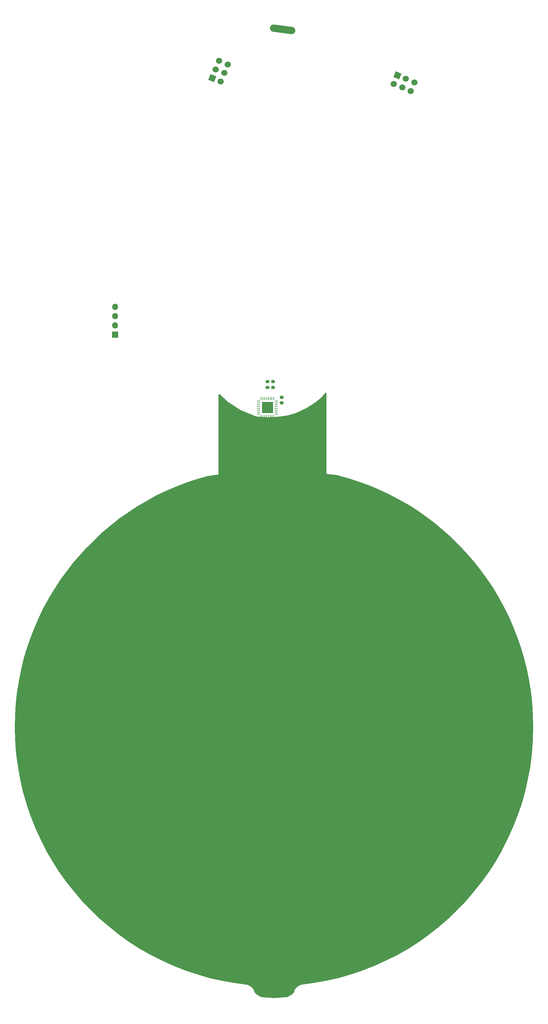
<source format=gbr>
%TF.GenerationSoftware,KiCad,Pcbnew,7.0.2*%
%TF.CreationDate,2023-05-26T22:51:46-07:00*%
%TF.ProjectId,plumbus-bfb,706c756d-6275-4732-9d62-66622e6b6963,rev?*%
%TF.SameCoordinates,Original*%
%TF.FileFunction,Soldermask,Bot*%
%TF.FilePolarity,Negative*%
%FSLAX46Y46*%
G04 Gerber Fmt 4.6, Leading zero omitted, Abs format (unit mm)*
G04 Created by KiCad (PCBNEW 7.0.2) date 2023-05-26 22:51:46*
%MOMM*%
%LPD*%
G01*
G04 APERTURE LIST*
G04 Aperture macros list*
%AMRoundRect*
0 Rectangle with rounded corners*
0 $1 Rounding radius*
0 $2 $3 $4 $5 $6 $7 $8 $9 X,Y pos of 4 corners*
0 Add a 4 corners polygon primitive as box body*
4,1,4,$2,$3,$4,$5,$6,$7,$8,$9,$2,$3,0*
0 Add four circle primitives for the rounded corners*
1,1,$1+$1,$2,$3*
1,1,$1+$1,$4,$5*
1,1,$1+$1,$6,$7*
1,1,$1+$1,$8,$9*
0 Add four rect primitives between the rounded corners*
20,1,$1+$1,$2,$3,$4,$5,0*
20,1,$1+$1,$4,$5,$6,$7,0*
20,1,$1+$1,$6,$7,$8,$9,0*
20,1,$1+$1,$8,$9,$2,$3,0*%
%AMHorizOval*
0 Thick line with rounded ends*
0 $1 width*
0 $2 $3 position (X,Y) of the first rounded end (center of the circle)*
0 $4 $5 position (X,Y) of the second rounded end (center of the circle)*
0 Add line between two ends*
20,1,$1,$2,$3,$4,$5,0*
0 Add two circle primitives to create the rounded ends*
1,1,$1,$2,$3*
1,1,$1,$4,$5*%
%AMRotRect*
0 Rectangle, with rotation*
0 The origin of the aperture is its center*
0 $1 length*
0 $2 width*
0 $3 Rotation angle, in degrees counterclockwise*
0 Add horizontal line*
21,1,$1,$2,0,0,$3*%
G04 Aperture macros list end*
%ADD10C,0.010000*%
%ADD11O,7.000000X2.000000*%
%ADD12HorizOval,2.000000X2.478612X-0.326315X-2.478612X0.326315X0*%
%ADD13R,1.700000X1.700000*%
%ADD14O,1.700000X1.700000*%
%ADD15C,2.170000*%
%ADD16R,2.170000X2.170000*%
%ADD17RotRect,0.800000X1.000000X247.500000*%
%ADD18RotRect,0.700000X1.500000X337.500000*%
%ADD19C,0.001000*%
%ADD20RotRect,1.700000X1.700000X157.500000*%
%ADD21HorizOval,1.700000X0.000000X0.000000X0.000000X0.000000X0*%
%ADD22RotRect,1.700000X1.700000X67.500000*%
%ADD23HorizOval,1.700000X0.000000X0.000000X0.000000X0.000000X0*%
%ADD24RoundRect,0.225000X0.250000X-0.225000X0.250000X0.225000X-0.250000X0.225000X-0.250000X-0.225000X0*%
%ADD25RoundRect,0.200000X0.275000X-0.200000X0.275000X0.200000X-0.275000X0.200000X-0.275000X-0.200000X0*%
%ADD26RoundRect,0.150000X-0.416086X-0.334707X0.530891X0.057543X0.416086X0.334707X-0.530891X-0.057543X0*%
%ADD27RoundRect,0.225000X-0.225000X-0.250000X0.225000X-0.250000X0.225000X0.250000X-0.225000X0.250000X0*%
%ADD28RoundRect,0.150000X-0.587500X-0.150000X0.587500X-0.150000X0.587500X0.150000X-0.587500X0.150000X0*%
%ADD29RoundRect,0.225000X-0.250000X0.225000X-0.250000X-0.225000X0.250000X-0.225000X0.250000X0.225000X0*%
%ADD30R,1.900000X1.400000*%
%ADD31RoundRect,0.225000X0.017678X-0.335876X0.335876X-0.017678X-0.017678X0.335876X-0.335876X0.017678X0*%
%ADD32RoundRect,0.225000X0.225000X0.250000X-0.225000X0.250000X-0.225000X-0.250000X0.225000X-0.250000X0*%
%ADD33RoundRect,0.150000X0.057543X0.530891X-0.334707X-0.416086X-0.057543X-0.530891X0.334707X0.416086X0*%
%ADD34RoundRect,0.200000X-0.275000X0.200000X-0.275000X-0.200000X0.275000X-0.200000X0.275000X0.200000X0*%
%ADD35RoundRect,0.150000X-0.057543X-0.530891X0.334707X0.416086X0.057543X0.530891X-0.334707X-0.416086X0*%
%ADD36RoundRect,0.225000X-0.303544X-0.144866X0.112202X-0.317074X0.303544X0.144866X-0.112202X0.317074X0*%
%ADD37RoundRect,0.150000X-0.256326X-0.468458X0.468458X0.256326X0.256326X0.468458X-0.468458X-0.256326X0*%
%ADD38RoundRect,0.200000X-0.200000X-0.275000X0.200000X-0.275000X0.200000X0.275000X-0.200000X0.275000X0*%
%ADD39RoundRect,0.150000X0.150000X-0.587500X0.150000X0.587500X-0.150000X0.587500X-0.150000X-0.587500X0*%
%ADD40RoundRect,0.250000X0.787500X1.025000X-0.787500X1.025000X-0.787500X-1.025000X0.787500X-1.025000X0*%
%ADD41RoundRect,0.150000X-0.468458X0.256326X0.256326X-0.468458X0.468458X-0.256326X-0.256326X0.468458X0*%
%ADD42RoundRect,0.150000X0.334707X-0.416086X-0.057543X0.530891X-0.334707X0.416086X0.057543X-0.530891X0*%
%ADD43RoundRect,0.225000X0.112202X0.317074X-0.303544X0.144866X-0.112202X-0.317074X0.303544X-0.144866X0*%
%ADD44RoundRect,0.150000X-0.334707X0.416086X0.057543X-0.530891X0.334707X-0.416086X-0.057543X0.530891X0*%
%ADD45RotRect,1.160000X1.160000X202.500000*%
%ADD46C,1.160000*%
%ADD47RoundRect,0.150000X0.416086X0.334707X-0.530891X-0.057543X-0.416086X-0.334707X0.530891X0.057543X0*%
%ADD48RoundRect,0.225000X-0.112202X-0.317074X0.303544X-0.144866X0.112202X0.317074X-0.303544X0.144866X0*%
%ADD49RoundRect,0.100000X-0.100000X0.637500X-0.100000X-0.637500X0.100000X-0.637500X0.100000X0.637500X0*%
%ADD50RoundRect,0.150000X0.468458X-0.256326X-0.256326X0.468458X-0.468458X0.256326X0.256326X-0.468458X0*%
%ADD51RoundRect,0.150000X-0.150000X0.825000X-0.150000X-0.825000X0.150000X-0.825000X0.150000X0.825000X0*%
%ADD52RoundRect,0.062500X-0.375000X-0.062500X0.375000X-0.062500X0.375000X0.062500X-0.375000X0.062500X0*%
%ADD53RoundRect,0.062500X-0.062500X-0.375000X0.062500X-0.375000X0.062500X0.375000X-0.062500X0.375000X0*%
%ADD54R,3.100000X3.100000*%
%ADD55RoundRect,0.225000X-0.335876X-0.017678X-0.017678X-0.335876X0.335876X0.017678X0.017678X0.335876X0*%
%ADD56RoundRect,0.150000X-0.150000X0.512500X-0.150000X-0.512500X0.150000X-0.512500X0.150000X0.512500X0*%
%ADD57RoundRect,0.225000X-0.144866X0.303544X-0.317074X-0.112202X0.144866X-0.303544X0.317074X0.112202X0*%
%ADD58RoundRect,0.225000X-0.317074X0.112202X-0.144866X-0.303544X0.317074X-0.112202X0.144866X0.303544X0*%
%ADD59RoundRect,0.225000X0.144866X-0.303544X0.317074X0.112202X-0.144866X0.303544X-0.317074X-0.112202X0*%
%ADD60RoundRect,0.150000X-0.512500X-0.150000X0.512500X-0.150000X0.512500X0.150000X-0.512500X0.150000X0*%
%ADD61RoundRect,0.250000X-0.375000X-0.850000X0.375000X-0.850000X0.375000X0.850000X-0.375000X0.850000X0*%
%ADD62RoundRect,0.225000X-0.017678X0.335876X-0.335876X0.017678X0.017678X-0.335876X0.335876X-0.017678X0*%
%ADD63RoundRect,0.225000X0.303544X0.144866X-0.112202X0.317074X-0.303544X-0.144866X0.112202X-0.317074X0*%
%ADD64RoundRect,0.225000X0.317074X-0.112202X0.144866X0.303544X-0.317074X0.112202X-0.144866X-0.303544X0*%
%ADD65RoundRect,0.150000X0.530891X-0.057543X-0.416086X0.334707X-0.530891X0.057543X0.416086X-0.334707X0*%
%ADD66RoundRect,0.150000X-0.530891X0.057543X0.416086X-0.334707X0.530891X-0.057543X-0.416086X0.334707X0*%
%ADD67RoundRect,0.225000X0.335876X0.017678X0.017678X0.335876X-0.335876X-0.017678X-0.017678X-0.335876X0*%
%ADD68RoundRect,0.150000X0.256326X0.468458X-0.468458X-0.256326X-0.256326X-0.468458X0.468458X0.256326X0*%
%ADD69RoundRect,0.250000X-0.412500X-0.925000X0.412500X-0.925000X0.412500X0.925000X-0.412500X0.925000X0*%
%ADD70RoundRect,0.150000X0.512500X0.150000X-0.512500X0.150000X-0.512500X-0.150000X0.512500X-0.150000X0*%
%ADD71RoundRect,0.150000X0.150000X-0.512500X0.150000X0.512500X-0.150000X0.512500X-0.150000X-0.512500X0*%
G04 APERTURE END LIST*
%TO.C,U4*%
D10*
X329920000Y-381005000D02*
X330420000Y-381005000D01*
X330420000Y-381395000D01*
X329920000Y-381395000D01*
X329920000Y-381505000D01*
X330420000Y-381505000D01*
X330420000Y-381895000D01*
X329920000Y-381895000D01*
X329920000Y-382345000D01*
X327380000Y-382345000D01*
X327380000Y-381895000D01*
X326880000Y-381895000D01*
X326880000Y-381505000D01*
X327380000Y-381505000D01*
X327380000Y-381395000D01*
X326880000Y-381395000D01*
X326880000Y-381005000D01*
X327380000Y-381005000D01*
X327380000Y-380555000D01*
X329920000Y-380555000D01*
X329920000Y-381005000D01*
G36*
X329920000Y-381005000D02*
G01*
X330420000Y-381005000D01*
X330420000Y-381395000D01*
X329920000Y-381395000D01*
X329920000Y-381505000D01*
X330420000Y-381505000D01*
X330420000Y-381895000D01*
X329920000Y-381895000D01*
X329920000Y-382345000D01*
X327380000Y-382345000D01*
X327380000Y-381895000D01*
X326880000Y-381895000D01*
X326880000Y-381505000D01*
X327380000Y-381505000D01*
X327380000Y-381395000D01*
X326880000Y-381395000D01*
X326880000Y-381005000D01*
X327380000Y-381005000D01*
X327380000Y-380555000D01*
X329920000Y-380555000D01*
X329920000Y-381005000D01*
G37*
X327840000Y-383220000D02*
X327460000Y-383220000D01*
X327460000Y-382480000D01*
X327840000Y-382480000D01*
X327840000Y-383220000D01*
G36*
X327840000Y-383220000D02*
G01*
X327460000Y-383220000D01*
X327460000Y-382480000D01*
X327840000Y-382480000D01*
X327840000Y-383220000D01*
G37*
X328340000Y-383220000D02*
X327960000Y-383220000D01*
X327960000Y-382480000D01*
X328340000Y-382480000D01*
X328340000Y-383220000D01*
G36*
X328340000Y-383220000D02*
G01*
X327960000Y-383220000D01*
X327960000Y-382480000D01*
X328340000Y-382480000D01*
X328340000Y-383220000D01*
G37*
X328840000Y-383220000D02*
X328460000Y-383220000D01*
X328460000Y-382480000D01*
X328840000Y-382480000D01*
X328840000Y-383220000D01*
G36*
X328840000Y-383220000D02*
G01*
X328460000Y-383220000D01*
X328460000Y-382480000D01*
X328840000Y-382480000D01*
X328840000Y-383220000D01*
G37*
X329340000Y-383220000D02*
X328960000Y-383220000D01*
X328960000Y-382480000D01*
X329340000Y-382480000D01*
X329340000Y-383220000D01*
G36*
X329340000Y-383220000D02*
G01*
X328960000Y-383220000D01*
X328960000Y-382480000D01*
X329340000Y-382480000D01*
X329340000Y-383220000D01*
G37*
X329840000Y-383220000D02*
X329460000Y-383220000D01*
X329460000Y-382480000D01*
X329840000Y-382480000D01*
X329840000Y-383220000D01*
G36*
X329840000Y-383220000D02*
G01*
X329460000Y-383220000D01*
X329460000Y-382480000D01*
X329840000Y-382480000D01*
X329840000Y-383220000D01*
G37*
X327840000Y-380420000D02*
X327460000Y-380420000D01*
X327460000Y-379680000D01*
X327840000Y-379680000D01*
X327840000Y-380420000D01*
G36*
X327840000Y-380420000D02*
G01*
X327460000Y-380420000D01*
X327460000Y-379680000D01*
X327840000Y-379680000D01*
X327840000Y-380420000D01*
G37*
X328340000Y-380420000D02*
X327960000Y-380420000D01*
X327960000Y-379680000D01*
X328340000Y-379680000D01*
X328340000Y-380420000D01*
G36*
X328340000Y-380420000D02*
G01*
X327960000Y-380420000D01*
X327960000Y-379680000D01*
X328340000Y-379680000D01*
X328340000Y-380420000D01*
G37*
X328840000Y-380420000D02*
X328460000Y-380420000D01*
X328460000Y-379680000D01*
X328840000Y-379680000D01*
X328840000Y-380420000D01*
G36*
X328840000Y-380420000D02*
G01*
X328460000Y-380420000D01*
X328460000Y-379680000D01*
X328840000Y-379680000D01*
X328840000Y-380420000D01*
G37*
X329340000Y-380420000D02*
X328960000Y-380420000D01*
X328960000Y-379680000D01*
X329340000Y-379680000D01*
X329340000Y-380420000D01*
G36*
X329340000Y-380420000D02*
G01*
X328960000Y-380420000D01*
X328960000Y-379680000D01*
X329340000Y-379680000D01*
X329340000Y-380420000D01*
G37*
X329840000Y-380420000D02*
X329460000Y-380420000D01*
X329460000Y-379680000D01*
X329840000Y-379680000D01*
X329840000Y-380420000D01*
G36*
X329840000Y-380420000D02*
G01*
X329460000Y-380420000D01*
X329460000Y-379680000D01*
X329840000Y-379680000D01*
X329840000Y-380420000D01*
G37*
%TD*%
D11*
%TO.C,REF\u002A\u002A*%
X316750000Y-511300000D03*
%TD*%
D12*
%TO.C,REF\u002A\u002A*%
X319100000Y-248100000D03*
%TD*%
D13*
%TO.C,PDI*%
X273100000Y-331890000D03*
D14*
X273100000Y-329350000D03*
X273100000Y-326810000D03*
X273100000Y-324270000D03*
%TD*%
D15*
%TO.C,BT1*%
X342960000Y-439160000D03*
D16*
X342960000Y-425570000D03*
%TD*%
D17*
%TO.C,O\u005CI*%
X345712940Y-378805450D03*
X346516575Y-376865303D03*
X339772255Y-374071714D03*
X338968620Y-376011861D03*
D18*
X344151630Y-378916409D03*
X342765811Y-378342384D03*
X339994173Y-377194334D03*
D19*
X344128417Y-377012608D03*
X341356778Y-375864557D03*
%TD*%
D20*
%TO.C,SAO 1*%
X299731920Y-261489135D03*
D21*
X302078574Y-262461151D03*
X300703936Y-259142481D03*
X303050590Y-260114497D03*
X301675952Y-256795827D03*
X304022606Y-257767843D03*
%TD*%
D22*
%TO.C,SAO 2*%
X350533346Y-260757984D03*
D23*
X349561330Y-263104638D03*
X352880000Y-261730000D03*
X351907984Y-264076654D03*
X355226654Y-262702016D03*
X354254638Y-265048670D03*
%TD*%
D24*
%TO.C,C8*%
X314450000Y-395075000D03*
X314450000Y-393525000D03*
%TD*%
D25*
%TO.C,R9*%
X311070000Y-364432500D03*
X311070000Y-362782500D03*
%TD*%
D26*
%TO.C,U12*%
X334112636Y-477212988D03*
X333385538Y-475457617D03*
X335850913Y-475464698D03*
%TD*%
D27*
%TO.C,C12*%
X315695000Y-361282500D03*
X317245000Y-361282500D03*
%TD*%
D25*
%TO.C,R8*%
X314070000Y-364432500D03*
X314070000Y-362782500D03*
%TD*%
D28*
%TO.C,Q2*%
X312032500Y-359682500D03*
X312032500Y-357782500D03*
X313907500Y-358732500D03*
%TD*%
D29*
%TO.C,C27*%
X266980316Y-430955000D03*
X266980316Y-432505000D03*
%TD*%
D30*
%TO.C,Reset*%
X309800000Y-392350000D03*
X302300000Y-392350000D03*
%TD*%
D31*
%TO.C,C21*%
X350819450Y-468521568D03*
X351915466Y-467425552D03*
%TD*%
D32*
%TO.C,C15*%
X318045000Y-382480316D03*
X316495000Y-382480316D03*
%TD*%
D33*
%TO.C,U18*%
X272657617Y-412785538D03*
X274412988Y-413512636D03*
X272664698Y-415250913D03*
%TD*%
D34*
%TO.C,R14*%
X316450000Y-344725000D03*
X316450000Y-346375000D03*
%TD*%
D27*
%TO.C,C3*%
X296275000Y-392100000D03*
X294725000Y-392100000D03*
%TD*%
D35*
%TO.C,U10*%
X360842383Y-451814462D03*
X359087012Y-451087364D03*
X360835302Y-449349087D03*
%TD*%
D25*
%TO.C,R7*%
X315620000Y-364432500D03*
X315620000Y-362782500D03*
%TD*%
D36*
%TO.C,C24*%
X297825155Y-478306335D03*
X296393141Y-477713175D03*
%TD*%
D37*
%TO.C,U11*%
X349867417Y-467276085D03*
X348523915Y-465932583D03*
X350804334Y-464995666D03*
%TD*%
D29*
%TO.C,C7*%
X318800000Y-349075000D03*
X318800000Y-350625000D03*
%TD*%
D38*
%TO.C,R6*%
X326262500Y-396450000D03*
X327912500Y-396450000D03*
%TD*%
D39*
%TO.C,Q1*%
X327900000Y-394687500D03*
X326000000Y-394687500D03*
X326950000Y-392812500D03*
%TD*%
D32*
%TO.C,C11*%
X288625000Y-385150000D03*
X290175000Y-385150000D03*
%TD*%
D40*
%TO.C,C5*%
X323212500Y-375250000D03*
X316987500Y-375250000D03*
%TD*%
D41*
%TO.C,U15*%
X284104334Y-466504334D03*
X283167417Y-464223915D03*
X281823915Y-465567417D03*
%TD*%
D42*
%TO.C,U8*%
X361712988Y-414887364D03*
X359957617Y-415614462D03*
X359964698Y-413149087D03*
%TD*%
D43*
%TO.C,C30*%
X297446363Y-386350566D03*
X298878377Y-385757406D03*
%TD*%
D44*
%TO.C,U16*%
X273535302Y-451450913D03*
X273542383Y-448985538D03*
X271787012Y-449712636D03*
%TD*%
D24*
%TO.C,C14*%
X312570000Y-364382500D03*
X312570000Y-362832500D03*
%TD*%
D25*
%TO.C,R10*%
X310220000Y-359757500D03*
X310220000Y-358107500D03*
%TD*%
D45*
%TO.C,RV1*%
X293800000Y-379000000D03*
D46*
X291453346Y-379972016D03*
X289106692Y-380944032D03*
%TD*%
D47*
%TO.C,U20*%
X297549087Y-389035302D03*
X300014462Y-389042383D03*
X299287364Y-387287012D03*
%TD*%
D48*
%TO.C,C22*%
X334521623Y-478742593D03*
X335953637Y-478149433D03*
%TD*%
D49*
%TO.C,U2*%
X315825000Y-389237500D03*
X316475000Y-389237500D03*
X317125000Y-389237500D03*
X317775000Y-389237500D03*
X318425000Y-389237500D03*
X319075000Y-389237500D03*
X319725000Y-389237500D03*
X320375000Y-389237500D03*
X321025000Y-389237500D03*
X321675000Y-389237500D03*
X322325000Y-389237500D03*
X322975000Y-389237500D03*
X322975000Y-394962500D03*
X322325000Y-394962500D03*
X321675000Y-394962500D03*
X321025000Y-394962500D03*
X320375000Y-394962500D03*
X319725000Y-394962500D03*
X319075000Y-394962500D03*
X318425000Y-394962500D03*
X317775000Y-394962500D03*
X317125000Y-394962500D03*
X316475000Y-394962500D03*
X315825000Y-394962500D03*
%TD*%
D50*
%TO.C,U7*%
X351676085Y-398932583D03*
X350332583Y-400276085D03*
X349395666Y-397995666D03*
%TD*%
D51*
%TO.C,U3*%
X288745000Y-387225000D03*
X290015000Y-387225000D03*
X291285000Y-387225000D03*
X292555000Y-387225000D03*
X292555000Y-392175000D03*
X291285000Y-392175000D03*
X290015000Y-392175000D03*
X288745000Y-392175000D03*
%TD*%
D52*
%TO.C,U1*%
X312462500Y-353612500D03*
X312462500Y-353112500D03*
X312462500Y-352612500D03*
X312462500Y-352112500D03*
X312462500Y-351612500D03*
X312462500Y-351112500D03*
X312462500Y-350612500D03*
X312462500Y-350112500D03*
D53*
X313150000Y-349425000D03*
X313650000Y-349425000D03*
X314150000Y-349425000D03*
X314650000Y-349425000D03*
X315150000Y-349425000D03*
X315650000Y-349425000D03*
X316150000Y-349425000D03*
X316650000Y-349425000D03*
D52*
X317337500Y-350112500D03*
X317337500Y-350612500D03*
X317337500Y-351112500D03*
X317337500Y-351612500D03*
X317337500Y-352112500D03*
X317337500Y-352612500D03*
X317337500Y-353112500D03*
X317337500Y-353612500D03*
D53*
X316650000Y-354300000D03*
X316150000Y-354300000D03*
X315650000Y-354300000D03*
X315150000Y-354300000D03*
X314650000Y-354300000D03*
X314150000Y-354300000D03*
X313650000Y-354300000D03*
X313150000Y-354300000D03*
D54*
X314900000Y-351862500D03*
%TD*%
D55*
%TO.C,C25*%
X281663272Y-467626643D03*
X280567256Y-466530627D03*
%TD*%
D24*
%TO.C,C2*%
X325150000Y-381075000D03*
X325150000Y-382625000D03*
%TD*%
D56*
%TO.C,U17*%
X268550000Y-431162500D03*
X270450000Y-431162500D03*
X269500000Y-433437500D03*
%TD*%
D57*
%TO.C,C28*%
X271286825Y-411993140D03*
X270693665Y-413425154D03*
%TD*%
D58*
%TO.C,C26*%
X270850567Y-451553638D03*
X270257407Y-450121624D03*
%TD*%
D59*
%TO.C,C20*%
X362213175Y-452606859D03*
X362806335Y-451174845D03*
%TD*%
D60*
%TO.C,U13*%
X317837500Y-479500000D03*
X315562500Y-478550000D03*
X315562500Y-480450000D03*
%TD*%
D61*
%TO.C,L1*%
X329725000Y-378050000D03*
X327575000Y-378050000D03*
%TD*%
D62*
%TO.C,C29*%
X282469373Y-396167255D03*
X281373357Y-397263271D03*
%TD*%
D25*
%TO.C,R13*%
X314950000Y-344725000D03*
X314950000Y-346375000D03*
%TD*%
D34*
%TO.C,R1*%
X331550000Y-381875000D03*
X331550000Y-380225000D03*
%TD*%
D27*
%TO.C,C1*%
X333125000Y-378750000D03*
X331575000Y-378750000D03*
%TD*%
D63*
%TO.C,C16*%
X337006859Y-386786825D03*
X335574845Y-386193665D03*
%TD*%
D64*
%TO.C,C18*%
X362649433Y-413046363D03*
X363242593Y-414478377D03*
%TD*%
D27*
%TO.C,C13*%
X312545000Y-361332500D03*
X314095000Y-361332500D03*
%TD*%
D25*
%TO.C,R11*%
X317307500Y-359807500D03*
X317307500Y-358157500D03*
%TD*%
D65*
%TO.C,U6*%
X336214462Y-388157617D03*
X335487364Y-389912988D03*
X333749087Y-388164698D03*
%TD*%
D32*
%TO.C,C9*%
X312675000Y-355762500D03*
X311125000Y-355762500D03*
%TD*%
D24*
%TO.C,C19*%
X366519684Y-432095000D03*
X366519684Y-433645000D03*
%TD*%
%TO.C,C4*%
X333150000Y-380275000D03*
X333150000Y-381825000D03*
%TD*%
D66*
%TO.C,U14*%
X299650913Y-476335302D03*
X297912636Y-474587012D03*
X297185538Y-476342383D03*
%TD*%
D67*
%TO.C,C17*%
X351836728Y-396873357D03*
X352932744Y-397969373D03*
%TD*%
D38*
%TO.C,R2*%
X315300000Y-387500000D03*
X316950000Y-387500000D03*
%TD*%
D68*
%TO.C,U19*%
X283432583Y-397423915D03*
X284776085Y-398767417D03*
X282495666Y-399704334D03*
%TD*%
D69*
%TO.C,C10*%
X297837500Y-394550000D03*
X294762500Y-394550000D03*
%TD*%
D70*
%TO.C,U5*%
X315562500Y-385000000D03*
X317837500Y-385950000D03*
X317837500Y-384050000D03*
%TD*%
D25*
%TO.C,R12*%
X315737500Y-359807500D03*
X315737500Y-358157500D03*
%TD*%
D71*
%TO.C,U9*%
X364950000Y-433437500D03*
X363050000Y-433437500D03*
X364000000Y-431162500D03*
%TD*%
D27*
%TO.C,C23*%
X316905000Y-482019684D03*
X315355000Y-482019684D03*
%TD*%
D29*
%TO.C,C6*%
X314350000Y-388975000D03*
X314350000Y-390525000D03*
%TD*%
G36*
X331009983Y-347810835D02*
G01*
X331051880Y-347866749D01*
X331059718Y-347910136D01*
X331059718Y-370049398D01*
X334054982Y-370395284D01*
X334073465Y-370398857D01*
X337026328Y-371206351D01*
X337031499Y-371207886D01*
X339937985Y-372140330D01*
X339943060Y-372142080D01*
X342793651Y-373194694D01*
X342798619Y-373196651D01*
X345590349Y-374366445D01*
X345595203Y-374368603D01*
X348325028Y-375652558D01*
X348329763Y-375654909D01*
X350994771Y-377050064D01*
X350999380Y-377052603D01*
X353596526Y-378555936D01*
X353601004Y-378558656D01*
X356127304Y-380167176D01*
X356131648Y-380170072D01*
X358584114Y-381880782D01*
X358588319Y-381883848D01*
X360963975Y-383693766D01*
X360968037Y-383696998D01*
X363263846Y-385603090D01*
X363267763Y-385606483D01*
X365480750Y-387605766D01*
X365484518Y-387609315D01*
X367611710Y-389698811D01*
X367615326Y-389702514D01*
X369653723Y-391879219D01*
X369657182Y-391883072D01*
X371603752Y-394143942D01*
X371607052Y-394147941D01*
X373458829Y-396490010D01*
X373461966Y-396494152D01*
X375215988Y-398914460D01*
X375218955Y-398918742D01*
X376872165Y-401414203D01*
X376874959Y-401418620D01*
X378424400Y-403986283D01*
X378427016Y-403990832D01*
X379869703Y-406627713D01*
X379872134Y-406632389D01*
X381205074Y-409335490D01*
X381207313Y-409340288D01*
X382427481Y-412106539D01*
X382429524Y-412111452D01*
X383533976Y-414937968D01*
X383535814Y-414942990D01*
X384521525Y-417826682D01*
X384523153Y-417831805D01*
X385387145Y-420769720D01*
X385388556Y-420774934D01*
X386127841Y-423764092D01*
X386129028Y-423769387D01*
X386740606Y-426806755D01*
X386741564Y-426812118D01*
X387222448Y-429894734D01*
X387223172Y-429900154D01*
X387570372Y-433025057D01*
X387570856Y-433030518D01*
X387781368Y-436194621D01*
X387781612Y-436200109D01*
X387852446Y-439400369D01*
X387852436Y-439406247D01*
X387760027Y-443060788D01*
X387759710Y-443067056D01*
X387485475Y-446673376D01*
X387484843Y-446679605D01*
X387033244Y-450233433D01*
X387032302Y-450239602D01*
X386407803Y-453736494D01*
X386406558Y-453742581D01*
X385613621Y-457178090D01*
X385612081Y-457184077D01*
X384655166Y-460553752D01*
X384653340Y-460559623D01*
X383536910Y-463859001D01*
X383534808Y-463864741D01*
X382263326Y-467089361D01*
X382260959Y-467094960D01*
X380838866Y-470240408D01*
X380836242Y-470245853D01*
X379268031Y-473307601D01*
X379265162Y-473312884D01*
X377555251Y-476286554D01*
X377552143Y-476291668D01*
X375705038Y-479172719D01*
X375701702Y-479177657D01*
X373721840Y-481961664D01*
X373718283Y-481966421D01*
X371610117Y-484648938D01*
X371606346Y-484653507D01*
X369374364Y-487230035D01*
X369370384Y-487234414D01*
X367019034Y-489700510D01*
X367014853Y-489704691D01*
X364548602Y-492055888D01*
X364544224Y-492059867D01*
X361967524Y-494291713D01*
X361962953Y-494295484D01*
X359280317Y-496403475D01*
X359275561Y-496407032D01*
X356491381Y-498386765D01*
X356486443Y-498390100D01*
X353605249Y-500237064D01*
X353600135Y-500240171D01*
X350626345Y-501949938D01*
X350621062Y-501952807D01*
X347559169Y-503520898D01*
X347553724Y-503523521D01*
X344408178Y-504945482D01*
X344402581Y-504947849D01*
X341177830Y-506219229D01*
X341172090Y-506221330D01*
X337872623Y-507337657D01*
X337866752Y-507339483D01*
X334496975Y-508296315D01*
X334490989Y-508297854D01*
X331055418Y-509090714D01*
X331049331Y-509091959D01*
X327552384Y-509716397D01*
X327546217Y-509717339D01*
X323989234Y-510169289D01*
X323050000Y-510749998D01*
X322500000Y-511349999D01*
X322209927Y-512220218D01*
X322177099Y-512271469D01*
X321411540Y-512989180D01*
X321386109Y-513007576D01*
X320324519Y-513586625D01*
X320272116Y-513601570D01*
X316757021Y-513799604D01*
X316742972Y-513799598D01*
X313277831Y-513601590D01*
X313225527Y-513586651D01*
X312163890Y-513007576D01*
X312138459Y-512989180D01*
X311372900Y-512271469D01*
X311340072Y-512220218D01*
X311049999Y-511349999D01*
X310500000Y-510750000D01*
X309442740Y-510169360D01*
X305885774Y-509717499D01*
X305879607Y-509716558D01*
X302382629Y-509092228D01*
X302376544Y-509090983D01*
X298940979Y-508298262D01*
X298934993Y-508296723D01*
X295565227Y-507340051D01*
X295559357Y-507338226D01*
X292259875Y-506222070D01*
X292254135Y-506219969D01*
X289029401Y-504948785D01*
X289023804Y-504946419D01*
X285878241Y-503524646D01*
X285872796Y-503522023D01*
X282810902Y-501954137D01*
X282805619Y-501951268D01*
X279831844Y-500241717D01*
X279826730Y-500238611D01*
X276945516Y-498391839D01*
X276940577Y-498388503D01*
X274156413Y-496408982D01*
X274151656Y-496405425D01*
X271469011Y-494297619D01*
X271464440Y-494293848D01*
X268887750Y-492062192D01*
X268883371Y-492058213D01*
X266417111Y-489707171D01*
X266412929Y-489702989D01*
X264061589Y-487237049D01*
X264057609Y-487232671D01*
X261825612Y-484656247D01*
X261821840Y-484651676D01*
X259713691Y-481969277D01*
X259710133Y-481964520D01*
X257730256Y-479180555D01*
X257726920Y-479175616D01*
X255879821Y-476294607D01*
X255876713Y-476289493D01*
X254166807Y-473315825D01*
X254163937Y-473310541D01*
X252595710Y-470248715D01*
X252593087Y-470243269D01*
X251171014Y-467097772D01*
X251168646Y-467092174D01*
X249897157Y-463867395D01*
X249895055Y-463861654D01*
X248778618Y-460562064D01*
X248776793Y-460556193D01*
X247819883Y-457186288D01*
X247818343Y-457180301D01*
X247025404Y-453744483D01*
X247024159Y-453738396D01*
X246399660Y-450241136D01*
X246398718Y-450234968D01*
X245947119Y-446680698D01*
X245946487Y-446674469D01*
X245672252Y-443067640D01*
X245671935Y-443061373D01*
X245579526Y-439406220D01*
X245579516Y-439400370D01*
X245648923Y-436232353D01*
X245649161Y-436226921D01*
X245855459Y-433094292D01*
X245855934Y-433088885D01*
X246196213Y-429994746D01*
X246196922Y-429989379D01*
X246668282Y-426936613D01*
X246669221Y-426931301D01*
X247268758Y-423922812D01*
X247269922Y-423917566D01*
X247994739Y-420956219D01*
X247996123Y-420951052D01*
X248843310Y-418039786D01*
X248844907Y-418034707D01*
X249811569Y-415176389D01*
X249813373Y-415171409D01*
X250896628Y-412368898D01*
X250898632Y-412364023D01*
X252095544Y-409620297D01*
X252097742Y-409615535D01*
X253405444Y-406933422D01*
X253407830Y-406928779D01*
X254822790Y-404312350D01*
X254826705Y-404305624D01*
X257970579Y-399274591D01*
X257976407Y-399266076D01*
X261516278Y-394529120D01*
X261522759Y-394521157D01*
X265436127Y-390100348D01*
X265443229Y-390092964D01*
X269706851Y-386011537D01*
X269714543Y-386004759D01*
X274305235Y-382285885D01*
X274313493Y-382279745D01*
X279208001Y-378946650D01*
X279216797Y-378941184D01*
X284393042Y-376016420D01*
X284399965Y-376012791D01*
X287084318Y-374711909D01*
X287089086Y-374709721D01*
X289836082Y-373519198D01*
X289840963Y-373517205D01*
X292646489Y-372440526D01*
X292651475Y-372438734D01*
X295512295Y-371478908D01*
X295518079Y-371477123D01*
X298491590Y-370638522D01*
X298508664Y-370634981D01*
X301426376Y-370241220D01*
X301426377Y-370241219D01*
X301426377Y-348474985D01*
X301446062Y-348407946D01*
X301462695Y-348387304D01*
X301616047Y-348233951D01*
X301677371Y-348200466D01*
X301747062Y-348205450D01*
X301787519Y-348230225D01*
X304099999Y-350349999D01*
X307450000Y-352549999D01*
X311799999Y-354300000D01*
X315245905Y-354549703D01*
X315254103Y-354549753D01*
X317748278Y-354400103D01*
X317751701Y-354399803D01*
X320350001Y-354099999D01*
X322750001Y-353399999D01*
X325746419Y-351951730D01*
X325753324Y-351947828D01*
X328197068Y-350351914D01*
X328202701Y-350347764D01*
X329646757Y-349152683D01*
X329652850Y-349146902D01*
X330800000Y-347900000D01*
X330826859Y-347850759D01*
X330876241Y-347801331D01*
X330944507Y-347786448D01*
X331009983Y-347810835D01*
G37*
M02*

</source>
